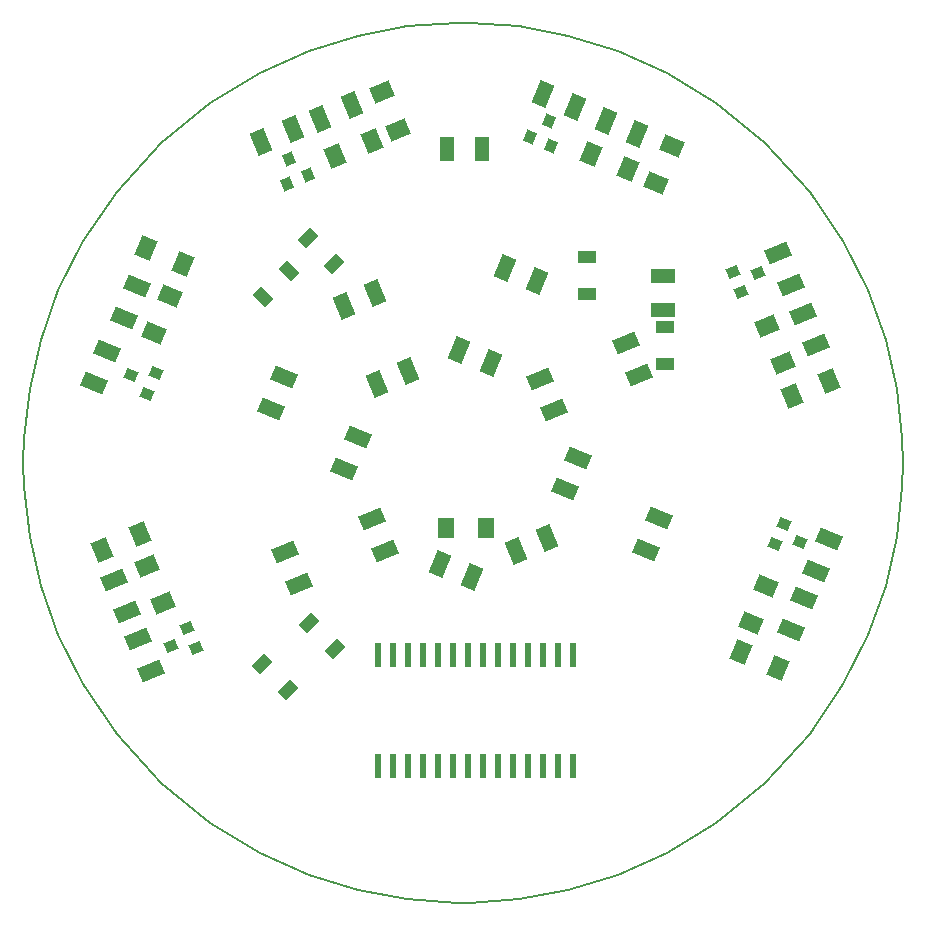
<source format=gbr>
G04 PROTEUS RS274X GERBER FILE*
%FSLAX45Y45*%
%MOMM*%
G01*
%ADD32R,0.609600X2.006600*%
%AMPPAD027*
4,1,4,
-1.181670,-0.197860,
-0.695660,0.975470,
1.181670,0.197860,
0.695660,-0.975470,
-1.181670,-0.197860,
0*%
%ADD33PPAD027*%
%AMPPAD008*
4,1,4,
-0.975470,0.695660,
0.197860,1.181670,
0.975470,-0.695660,
-0.197860,-1.181670,
-0.975470,0.695660,
0*%
%ADD18PPAD008*%
%AMPPAD007*
4,1,4,
-0.197860,1.181670,
0.975470,0.695660,
0.197860,-1.181670,
-0.975470,-0.695660,
-0.197860,1.181670,
0*%
%ADD17PPAD007*%
%AMPPAD028*
4,1,4,
0.695660,0.975470,
1.181670,-0.197860,
-0.695660,-0.975470,
-1.181670,0.197860,
0.695660,0.975470,
0*%
%ADD34PPAD028*%
%AMPPAD003*
4,1,4,
0.639430,0.216260,
0.299230,-0.605070,
-0.639430,-0.216260,
-0.299230,0.605070,
0.639430,0.216260,
0*%
%ADD13PPAD003*%
%AMPPAD023*
4,1,4,
1.088630,0.305120,
0.554020,-0.985540,
-1.088630,-0.305120,
-0.554020,0.985540,
1.088630,0.305120,
0*%
%ADD73PPAD023*%
%AMPPAD004*
4,1,4,
0.605070,-0.299230,
-0.216260,-0.639430,
-0.605070,0.299230,
0.216260,0.639430,
0.605070,-0.299230,
0*%
%ADD14PPAD004*%
%AMPPAD005*
4,1,4,
0.216260,-0.639430,
-0.605070,-0.299230,
-0.216260,0.639430,
0.605070,0.299230,
0.216260,-0.639430,
0*%
%ADD15PPAD005*%
%AMPPAD006*
4,1,4,
-0.299230,-0.605070,
-0.639430,0.216260,
0.299230,0.605070,
0.639430,-0.216260,
-0.299230,-0.605070,
0*%
%ADD16PPAD006*%
%AMPPAD020*
4,1,4,
0.985540,-0.554020,
-0.305120,-1.088630,
-0.985540,0.554020,
0.305120,1.088630,
0.985540,-0.554020,
0*%
%ADD28PPAD020*%
%AMPPAD021*
4,1,4,
0.305120,-1.088630,
-0.985540,-0.554020,
-0.305120,1.088630,
0.985540,0.554020,
0.305120,-1.088630,
0*%
%ADD29PPAD021*%
%AMPPAD022*
4,1,4,
-0.554020,-0.985540,
-1.088630,0.305120,
0.554020,0.985540,
1.088630,-0.305120,
-0.554020,-0.985540,
0*%
%ADD72PPAD022*%
%ADD35R,1.270000X2.032000*%
%AMPPAD030*
4,1,4,
0.898030,-0.179610,
0.179610,-0.898030,
-0.898030,0.179610,
-0.179610,0.898030,
0.898030,-0.179610,
0*%
%ADD36PPAD030*%
%AMPPAD031*
4,1,4,
0.179610,0.898030,
0.898030,0.179610,
-0.179610,-0.898030,
-0.898030,-0.179610,
0.179610,0.898030,
0*%
%ADD37PPAD031*%
%ADD38R,1.524000X1.016000*%
%ADD23R,2.032000X1.270000*%
%ADD39R,1.397000X1.778000*%
%ADD31C,0.203200*%
D32*
X+932000Y-2560000D03*
X+805000Y-2560000D03*
X+678000Y-2560000D03*
X+551000Y-2560000D03*
X+424000Y-2560000D03*
X+297000Y-2560000D03*
X+170000Y-2560000D03*
X+43000Y-2560000D03*
X-84000Y-2560000D03*
X-211000Y-2560000D03*
X-338000Y-2560000D03*
X-465000Y-2560000D03*
X-592000Y-2560000D03*
X-719000Y-2560000D03*
X-719000Y-1620000D03*
X-592000Y-1620000D03*
X-465000Y-1620000D03*
X-338000Y-1620000D03*
X-211000Y-1620000D03*
X-84000Y-1620000D03*
X+43000Y-1620000D03*
X+170000Y-1620000D03*
X+297000Y-1620000D03*
X+424000Y-1620000D03*
X+551000Y-1620000D03*
X+678000Y-1620000D03*
X+805000Y-1620000D03*
X+932000Y-1620000D03*
D33*
X-1510000Y+730000D03*
X-1620978Y+462075D03*
X-890000Y+220000D03*
X-1000978Y-47925D03*
D18*
X-740000Y+1440000D03*
X-1007925Y+1329022D03*
X-460000Y+780000D03*
X-727925Y+669022D03*
D17*
X+630000Y+1540000D03*
X+362075Y+1650978D03*
X+240000Y+850000D03*
X-27925Y+960978D03*
D34*
X+1490000Y+750000D03*
X+1379022Y+1017925D03*
X+770000Y+450000D03*
X+659022Y+717925D03*
D33*
X+1550000Y-730000D03*
X+1660978Y-462075D03*
X+870000Y-220000D03*
X+980978Y+47925D03*
D18*
X+450000Y-740000D03*
X+717925Y-629022D03*
D17*
X-187925Y-849022D03*
X+80000Y-960000D03*
D34*
X-1500000Y-750000D03*
X-1389022Y-1017925D03*
X-770000Y-470000D03*
X-659022Y-737925D03*
D33*
X-2760000Y+1500000D03*
X-2870978Y+1232075D03*
X-3010000Y+950000D03*
X-3120978Y+682075D03*
D13*
X-2810000Y+750000D03*
X-2598036Y+763925D03*
X-2669966Y+590273D03*
D73*
X-2610000Y+1100000D03*
X-2479888Y+1414119D03*
D18*
X-940000Y+3030000D03*
X-1207925Y+2919022D03*
X-1440000Y+2830000D03*
X-1707925Y+2719022D03*
D17*
X+1480000Y+2790000D03*
X+1212075Y+2900978D03*
X+950000Y+3020000D03*
X+682075Y+3130978D03*
D34*
X+2990000Y+1000000D03*
X+2879022Y+1267925D03*
X+2780000Y+1510000D03*
X+2669022Y+1777925D03*
D33*
X+2780000Y-1410000D03*
X+2890978Y-1142075D03*
X+2990000Y-910000D03*
X+3100978Y-642075D03*
D34*
X-2950000Y-990000D03*
X-2839022Y-1257925D03*
X-2750000Y-1490000D03*
X-2639022Y-1757925D03*
D14*
X-1470000Y+2580000D03*
X-1310273Y+2439966D03*
X-1483925Y+2368036D03*
D15*
X+730000Y+2900000D03*
X+743925Y+2688036D03*
X+570273Y+2759966D03*
D16*
X+2500000Y+1610000D03*
X+2359966Y+1450273D03*
X+2288036Y+1623925D03*
D13*
X+2860000Y-670000D03*
X+2648036Y-683925D03*
X+2719966Y-510273D03*
D16*
X-2470000Y-1550000D03*
X-2329966Y-1390273D03*
X-2258036Y-1563925D03*
D28*
X-1080000Y+2600000D03*
X-765881Y+2730112D03*
D29*
X+1090000Y+2620000D03*
X+1404119Y+2489888D03*
D72*
X+2580000Y+1160000D03*
X+2710112Y+845881D03*
D73*
X+2570000Y-1040000D03*
X+2439888Y-1354119D03*
D72*
X-2540000Y-1180000D03*
X-2670112Y-865881D03*
D35*
X+160000Y+2660000D03*
X-130000Y+2660000D03*
D36*
X-1690000Y+1410000D03*
X-1467290Y+1632710D03*
D37*
X-1086124Y+1688645D03*
X-1308835Y+1911356D03*
X-1077290Y-1572710D03*
X-1300000Y-1350000D03*
X-1477290Y-1922710D03*
X-1700000Y-1700000D03*
D29*
X-2680000Y+1820000D03*
X-2365881Y+1689888D03*
D72*
X-680000Y+3140000D03*
X-549888Y+2825881D03*
D73*
X+1770000Y+2690000D03*
X+1639888Y+2375881D03*
D28*
X+3100000Y+700000D03*
X+2785881Y+569888D03*
D29*
X+2670000Y-1730000D03*
X+2355881Y-1599888D03*
D28*
X-3050000Y-730000D03*
X-2735881Y-599888D03*
D38*
X+1050000Y+1750000D03*
X+1050000Y+1435040D03*
D23*
X+1700000Y+1300000D03*
X+1700000Y+1590000D03*
D39*
X+200000Y-550000D03*
X-140000Y-550000D03*
D38*
X+1710000Y+840000D03*
X+1710000Y+1154960D03*
D31*
X+3730000Y+5000D02*
X+3724161Y+213494D01*
X+3677111Y+630483D01*
X+3581154Y+1047472D01*
X+3432185Y+1464461D01*
X+3222850Y+1881450D01*
X+2940262Y+2298439D01*
X+2562518Y+2713270D01*
X+2145529Y+3053567D01*
X+1728540Y+3307277D01*
X+1311551Y+3493345D01*
X+894562Y+3622223D01*
X+477573Y+3699902D01*
X+60584Y+3729585D01*
X+5000Y+3730000D01*
X-3720000Y+5000D02*
X-3714161Y+213494D01*
X-3667111Y+630483D01*
X-3571154Y+1047472D01*
X-3422185Y+1464461D01*
X-3212850Y+1881450D01*
X-2930262Y+2298439D01*
X-2552518Y+2713270D01*
X-2135529Y+3053567D01*
X-1718540Y+3307277D01*
X-1301551Y+3493345D01*
X-884562Y+3622223D01*
X-467573Y+3699902D01*
X-50584Y+3729585D01*
X+5000Y+3730000D01*
X-3720000Y+5000D02*
X-3714161Y-203494D01*
X-3667111Y-620483D01*
X-3571154Y-1037472D01*
X-3422185Y-1454461D01*
X-3212850Y-1871450D01*
X-2930262Y-2288439D01*
X-2552518Y-2703270D01*
X-2135529Y-3043567D01*
X-1718540Y-3297277D01*
X-1301551Y-3483345D01*
X-884562Y-3612223D01*
X-467573Y-3689902D01*
X-50584Y-3719585D01*
X+5000Y-3720000D01*
X+3730000Y+5000D02*
X+3724161Y-203494D01*
X+3677111Y-620483D01*
X+3581154Y-1037472D01*
X+3432185Y-1454461D01*
X+3222850Y-1871450D01*
X+2940262Y-2288439D01*
X+2562518Y-2703270D01*
X+2145529Y-3043567D01*
X+1728540Y-3297277D01*
X+1311551Y-3483345D01*
X+894562Y-3612223D01*
X+477573Y-3689902D01*
X+60584Y-3719585D01*
X+5000Y-3720000D01*
M02*

</source>
